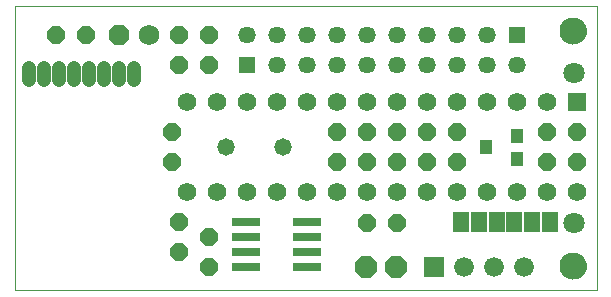
<source format=gts>
G75*
%MOIN*%
%OFA0B0*%
%FSLAX25Y25*%
%IPPOS*%
%LPD*%
%AMOC8*
5,1,8,0,0,1.08239X$1,22.5*
%
%ADD10C,0.00000*%
%ADD11OC8,0.05800*%
%ADD12C,0.05800*%
%ADD13R,0.06200X0.06200*%
%ADD14C,0.06200*%
%ADD15OC8,0.07200*%
%ADD16OC8,0.06900*%
%ADD17C,0.06900*%
%ADD18C,0.07096*%
%ADD19R,0.06600X0.06600*%
%ADD20C,0.06600*%
%ADD21R,0.09261X0.02962*%
%ADD22R,0.04143X0.04537*%
%ADD23C,0.04600*%
%ADD24R,0.05200X0.06900*%
%ADD25C,0.09055*%
%ADD26C,0.08868*%
%ADD27R,0.05750X0.05750*%
%ADD28C,0.05750*%
D10*
X0013381Y0008000D02*
X0013381Y0102488D01*
X0207431Y0102488D01*
X0207431Y0008000D01*
X0013381Y0008000D01*
X0195547Y0016000D02*
X0195549Y0016128D01*
X0195555Y0016256D01*
X0195565Y0016383D01*
X0195579Y0016511D01*
X0195596Y0016637D01*
X0195618Y0016763D01*
X0195644Y0016889D01*
X0195673Y0017013D01*
X0195706Y0017137D01*
X0195743Y0017259D01*
X0195784Y0017380D01*
X0195829Y0017500D01*
X0195877Y0017619D01*
X0195929Y0017736D01*
X0195985Y0017851D01*
X0196044Y0017965D01*
X0196106Y0018076D01*
X0196172Y0018186D01*
X0196241Y0018293D01*
X0196314Y0018399D01*
X0196390Y0018502D01*
X0196469Y0018602D01*
X0196551Y0018701D01*
X0196636Y0018796D01*
X0196724Y0018889D01*
X0196815Y0018979D01*
X0196908Y0019066D01*
X0197005Y0019151D01*
X0197103Y0019232D01*
X0197205Y0019310D01*
X0197308Y0019385D01*
X0197414Y0019457D01*
X0197522Y0019526D01*
X0197632Y0019591D01*
X0197745Y0019652D01*
X0197859Y0019711D01*
X0197974Y0019765D01*
X0198092Y0019816D01*
X0198210Y0019864D01*
X0198331Y0019907D01*
X0198452Y0019947D01*
X0198575Y0019983D01*
X0198699Y0020016D01*
X0198824Y0020044D01*
X0198949Y0020069D01*
X0199075Y0020089D01*
X0199202Y0020106D01*
X0199330Y0020119D01*
X0199457Y0020128D01*
X0199585Y0020133D01*
X0199713Y0020134D01*
X0199841Y0020131D01*
X0199969Y0020124D01*
X0200096Y0020113D01*
X0200223Y0020098D01*
X0200350Y0020080D01*
X0200476Y0020057D01*
X0200601Y0020030D01*
X0200725Y0020000D01*
X0200848Y0019966D01*
X0200971Y0019928D01*
X0201092Y0019886D01*
X0201211Y0019840D01*
X0201329Y0019791D01*
X0201446Y0019738D01*
X0201561Y0019682D01*
X0201674Y0019622D01*
X0201785Y0019559D01*
X0201894Y0019492D01*
X0202001Y0019422D01*
X0202106Y0019348D01*
X0202208Y0019272D01*
X0202308Y0019192D01*
X0202406Y0019109D01*
X0202501Y0019023D01*
X0202593Y0018934D01*
X0202682Y0018843D01*
X0202769Y0018749D01*
X0202852Y0018652D01*
X0202933Y0018552D01*
X0203010Y0018451D01*
X0203085Y0018346D01*
X0203156Y0018240D01*
X0203223Y0018131D01*
X0203288Y0018021D01*
X0203348Y0017908D01*
X0203406Y0017794D01*
X0203459Y0017678D01*
X0203509Y0017560D01*
X0203556Y0017441D01*
X0203599Y0017320D01*
X0203638Y0017198D01*
X0203673Y0017075D01*
X0203704Y0016951D01*
X0203732Y0016826D01*
X0203755Y0016700D01*
X0203775Y0016574D01*
X0203791Y0016447D01*
X0203803Y0016320D01*
X0203811Y0016192D01*
X0203815Y0016064D01*
X0203815Y0015936D01*
X0203811Y0015808D01*
X0203803Y0015680D01*
X0203791Y0015553D01*
X0203775Y0015426D01*
X0203755Y0015300D01*
X0203732Y0015174D01*
X0203704Y0015049D01*
X0203673Y0014925D01*
X0203638Y0014802D01*
X0203599Y0014680D01*
X0203556Y0014559D01*
X0203509Y0014440D01*
X0203459Y0014322D01*
X0203406Y0014206D01*
X0203348Y0014092D01*
X0203288Y0013979D01*
X0203223Y0013869D01*
X0203156Y0013760D01*
X0203085Y0013654D01*
X0203010Y0013549D01*
X0202933Y0013448D01*
X0202852Y0013348D01*
X0202769Y0013251D01*
X0202682Y0013157D01*
X0202593Y0013066D01*
X0202501Y0012977D01*
X0202406Y0012891D01*
X0202308Y0012808D01*
X0202208Y0012728D01*
X0202106Y0012652D01*
X0202001Y0012578D01*
X0201894Y0012508D01*
X0201785Y0012441D01*
X0201674Y0012378D01*
X0201561Y0012318D01*
X0201446Y0012262D01*
X0201329Y0012209D01*
X0201211Y0012160D01*
X0201092Y0012114D01*
X0200971Y0012072D01*
X0200848Y0012034D01*
X0200725Y0012000D01*
X0200601Y0011970D01*
X0200476Y0011943D01*
X0200350Y0011920D01*
X0200223Y0011902D01*
X0200096Y0011887D01*
X0199969Y0011876D01*
X0199841Y0011869D01*
X0199713Y0011866D01*
X0199585Y0011867D01*
X0199457Y0011872D01*
X0199330Y0011881D01*
X0199202Y0011894D01*
X0199075Y0011911D01*
X0198949Y0011931D01*
X0198824Y0011956D01*
X0198699Y0011984D01*
X0198575Y0012017D01*
X0198452Y0012053D01*
X0198331Y0012093D01*
X0198210Y0012136D01*
X0198092Y0012184D01*
X0197974Y0012235D01*
X0197859Y0012289D01*
X0197745Y0012348D01*
X0197632Y0012409D01*
X0197522Y0012474D01*
X0197414Y0012543D01*
X0197308Y0012615D01*
X0197205Y0012690D01*
X0197103Y0012768D01*
X0197005Y0012849D01*
X0196908Y0012934D01*
X0196815Y0013021D01*
X0196724Y0013111D01*
X0196636Y0013204D01*
X0196551Y0013299D01*
X0196469Y0013398D01*
X0196390Y0013498D01*
X0196314Y0013601D01*
X0196241Y0013707D01*
X0196172Y0013814D01*
X0196106Y0013924D01*
X0196044Y0014035D01*
X0195985Y0014149D01*
X0195929Y0014264D01*
X0195877Y0014381D01*
X0195829Y0014500D01*
X0195784Y0014620D01*
X0195743Y0014741D01*
X0195706Y0014863D01*
X0195673Y0014987D01*
X0195644Y0015111D01*
X0195618Y0015237D01*
X0195596Y0015363D01*
X0195579Y0015489D01*
X0195565Y0015617D01*
X0195555Y0015744D01*
X0195549Y0015872D01*
X0195547Y0016000D01*
X0195547Y0094400D02*
X0195549Y0094528D01*
X0195555Y0094656D01*
X0195565Y0094783D01*
X0195579Y0094911D01*
X0195596Y0095037D01*
X0195618Y0095163D01*
X0195644Y0095289D01*
X0195673Y0095413D01*
X0195706Y0095537D01*
X0195743Y0095659D01*
X0195784Y0095780D01*
X0195829Y0095900D01*
X0195877Y0096019D01*
X0195929Y0096136D01*
X0195985Y0096251D01*
X0196044Y0096365D01*
X0196106Y0096476D01*
X0196172Y0096586D01*
X0196241Y0096693D01*
X0196314Y0096799D01*
X0196390Y0096902D01*
X0196469Y0097002D01*
X0196551Y0097101D01*
X0196636Y0097196D01*
X0196724Y0097289D01*
X0196815Y0097379D01*
X0196908Y0097466D01*
X0197005Y0097551D01*
X0197103Y0097632D01*
X0197205Y0097710D01*
X0197308Y0097785D01*
X0197414Y0097857D01*
X0197522Y0097926D01*
X0197632Y0097991D01*
X0197745Y0098052D01*
X0197859Y0098111D01*
X0197974Y0098165D01*
X0198092Y0098216D01*
X0198210Y0098264D01*
X0198331Y0098307D01*
X0198452Y0098347D01*
X0198575Y0098383D01*
X0198699Y0098416D01*
X0198824Y0098444D01*
X0198949Y0098469D01*
X0199075Y0098489D01*
X0199202Y0098506D01*
X0199330Y0098519D01*
X0199457Y0098528D01*
X0199585Y0098533D01*
X0199713Y0098534D01*
X0199841Y0098531D01*
X0199969Y0098524D01*
X0200096Y0098513D01*
X0200223Y0098498D01*
X0200350Y0098480D01*
X0200476Y0098457D01*
X0200601Y0098430D01*
X0200725Y0098400D01*
X0200848Y0098366D01*
X0200971Y0098328D01*
X0201092Y0098286D01*
X0201211Y0098240D01*
X0201329Y0098191D01*
X0201446Y0098138D01*
X0201561Y0098082D01*
X0201674Y0098022D01*
X0201785Y0097959D01*
X0201894Y0097892D01*
X0202001Y0097822D01*
X0202106Y0097748D01*
X0202208Y0097672D01*
X0202308Y0097592D01*
X0202406Y0097509D01*
X0202501Y0097423D01*
X0202593Y0097334D01*
X0202682Y0097243D01*
X0202769Y0097149D01*
X0202852Y0097052D01*
X0202933Y0096952D01*
X0203010Y0096851D01*
X0203085Y0096746D01*
X0203156Y0096640D01*
X0203223Y0096531D01*
X0203288Y0096421D01*
X0203348Y0096308D01*
X0203406Y0096194D01*
X0203459Y0096078D01*
X0203509Y0095960D01*
X0203556Y0095841D01*
X0203599Y0095720D01*
X0203638Y0095598D01*
X0203673Y0095475D01*
X0203704Y0095351D01*
X0203732Y0095226D01*
X0203755Y0095100D01*
X0203775Y0094974D01*
X0203791Y0094847D01*
X0203803Y0094720D01*
X0203811Y0094592D01*
X0203815Y0094464D01*
X0203815Y0094336D01*
X0203811Y0094208D01*
X0203803Y0094080D01*
X0203791Y0093953D01*
X0203775Y0093826D01*
X0203755Y0093700D01*
X0203732Y0093574D01*
X0203704Y0093449D01*
X0203673Y0093325D01*
X0203638Y0093202D01*
X0203599Y0093080D01*
X0203556Y0092959D01*
X0203509Y0092840D01*
X0203459Y0092722D01*
X0203406Y0092606D01*
X0203348Y0092492D01*
X0203288Y0092379D01*
X0203223Y0092269D01*
X0203156Y0092160D01*
X0203085Y0092054D01*
X0203010Y0091949D01*
X0202933Y0091848D01*
X0202852Y0091748D01*
X0202769Y0091651D01*
X0202682Y0091557D01*
X0202593Y0091466D01*
X0202501Y0091377D01*
X0202406Y0091291D01*
X0202308Y0091208D01*
X0202208Y0091128D01*
X0202106Y0091052D01*
X0202001Y0090978D01*
X0201894Y0090908D01*
X0201785Y0090841D01*
X0201674Y0090778D01*
X0201561Y0090718D01*
X0201446Y0090662D01*
X0201329Y0090609D01*
X0201211Y0090560D01*
X0201092Y0090514D01*
X0200971Y0090472D01*
X0200848Y0090434D01*
X0200725Y0090400D01*
X0200601Y0090370D01*
X0200476Y0090343D01*
X0200350Y0090320D01*
X0200223Y0090302D01*
X0200096Y0090287D01*
X0199969Y0090276D01*
X0199841Y0090269D01*
X0199713Y0090266D01*
X0199585Y0090267D01*
X0199457Y0090272D01*
X0199330Y0090281D01*
X0199202Y0090294D01*
X0199075Y0090311D01*
X0198949Y0090331D01*
X0198824Y0090356D01*
X0198699Y0090384D01*
X0198575Y0090417D01*
X0198452Y0090453D01*
X0198331Y0090493D01*
X0198210Y0090536D01*
X0198092Y0090584D01*
X0197974Y0090635D01*
X0197859Y0090689D01*
X0197745Y0090748D01*
X0197632Y0090809D01*
X0197522Y0090874D01*
X0197414Y0090943D01*
X0197308Y0091015D01*
X0197205Y0091090D01*
X0197103Y0091168D01*
X0197005Y0091249D01*
X0196908Y0091334D01*
X0196815Y0091421D01*
X0196724Y0091511D01*
X0196636Y0091604D01*
X0196551Y0091699D01*
X0196469Y0091798D01*
X0196390Y0091898D01*
X0196314Y0092001D01*
X0196241Y0092107D01*
X0196172Y0092214D01*
X0196106Y0092324D01*
X0196044Y0092435D01*
X0195985Y0092549D01*
X0195929Y0092664D01*
X0195877Y0092781D01*
X0195829Y0092900D01*
X0195784Y0093020D01*
X0195743Y0093141D01*
X0195706Y0093263D01*
X0195673Y0093387D01*
X0195644Y0093511D01*
X0195618Y0093637D01*
X0195596Y0093763D01*
X0195579Y0093889D01*
X0195565Y0094017D01*
X0195555Y0094144D01*
X0195549Y0094272D01*
X0195547Y0094400D01*
D11*
X0190781Y0060500D03*
X0200781Y0060500D03*
X0200781Y0050500D03*
X0190781Y0050500D03*
X0160781Y0050500D03*
X0150881Y0050600D03*
X0140781Y0050500D03*
X0130781Y0050500D03*
X0120781Y0050500D03*
X0120781Y0060500D03*
X0130781Y0060500D03*
X0140781Y0060500D03*
X0150881Y0060600D03*
X0160781Y0060500D03*
X0140881Y0030400D03*
X0130881Y0030400D03*
X0078281Y0025500D03*
X0068281Y0030500D03*
X0068281Y0020500D03*
X0078281Y0015500D03*
X0065781Y0050500D03*
X0065781Y0060500D03*
X0068281Y0083000D03*
X0078281Y0083000D03*
X0078281Y0093000D03*
X0068281Y0093000D03*
X0037081Y0092900D03*
X0027081Y0092900D03*
D12*
X0083781Y0055500D03*
X0102781Y0055500D03*
D13*
X0200781Y0070500D03*
D14*
X0190781Y0070500D03*
X0180781Y0070500D03*
X0170781Y0070500D03*
X0160781Y0070500D03*
X0150781Y0070500D03*
X0140781Y0070500D03*
X0130781Y0070500D03*
X0120781Y0070500D03*
X0110781Y0070500D03*
X0100781Y0070500D03*
X0090781Y0070500D03*
X0080781Y0070500D03*
X0070781Y0070500D03*
X0070781Y0040500D03*
X0080781Y0040500D03*
X0090781Y0040500D03*
X0100781Y0040500D03*
X0110781Y0040500D03*
X0120781Y0040500D03*
X0130781Y0040500D03*
X0140781Y0040500D03*
X0150781Y0040500D03*
X0160781Y0040500D03*
X0170781Y0040500D03*
X0180781Y0040500D03*
X0190781Y0040500D03*
X0200781Y0040500D03*
D15*
X0140681Y0015550D03*
X0130681Y0015550D03*
D16*
X0048281Y0093000D03*
D17*
X0058281Y0093000D03*
D18*
X0199715Y0080300D03*
X0199715Y0030300D03*
D19*
X0153281Y0015500D03*
D20*
X0163281Y0015500D03*
X0173281Y0015500D03*
X0183281Y0015500D03*
D21*
X0111017Y0015500D03*
X0111017Y0020500D03*
X0111017Y0025500D03*
X0111017Y0030500D03*
X0090544Y0030500D03*
X0090544Y0025500D03*
X0090544Y0020500D03*
X0090544Y0015500D03*
D22*
X0170663Y0055500D03*
X0180899Y0051563D03*
X0180899Y0059437D03*
D23*
X0053281Y0078000D02*
X0053281Y0082000D01*
X0048281Y0082000D02*
X0048281Y0078000D01*
X0043281Y0078000D02*
X0043281Y0082000D01*
X0038281Y0082000D02*
X0038281Y0078000D01*
X0033281Y0078000D02*
X0033281Y0082000D01*
X0028281Y0082000D02*
X0028281Y0078000D01*
X0023281Y0078000D02*
X0023281Y0082000D01*
X0018281Y0082000D02*
X0018281Y0078000D01*
D24*
X0162281Y0030500D03*
X0168281Y0030500D03*
X0174281Y0030500D03*
X0179781Y0030500D03*
X0185781Y0030500D03*
X0191781Y0030500D03*
D25*
X0199681Y0016000D03*
X0199681Y0094400D03*
D26*
X0199681Y0094400D03*
X0199681Y0016000D03*
D27*
X0090781Y0083000D03*
X0180781Y0093000D03*
D28*
X0170781Y0093000D03*
X0160781Y0093000D03*
X0150781Y0093000D03*
X0140781Y0093000D03*
X0130781Y0093000D03*
X0120781Y0093000D03*
X0110781Y0093000D03*
X0100781Y0093000D03*
X0090781Y0093000D03*
X0100781Y0083000D03*
X0110781Y0083000D03*
X0120781Y0083000D03*
X0130781Y0083000D03*
X0140781Y0083000D03*
X0150781Y0083000D03*
X0160781Y0083000D03*
X0170781Y0083000D03*
X0180781Y0083000D03*
M02*

</source>
